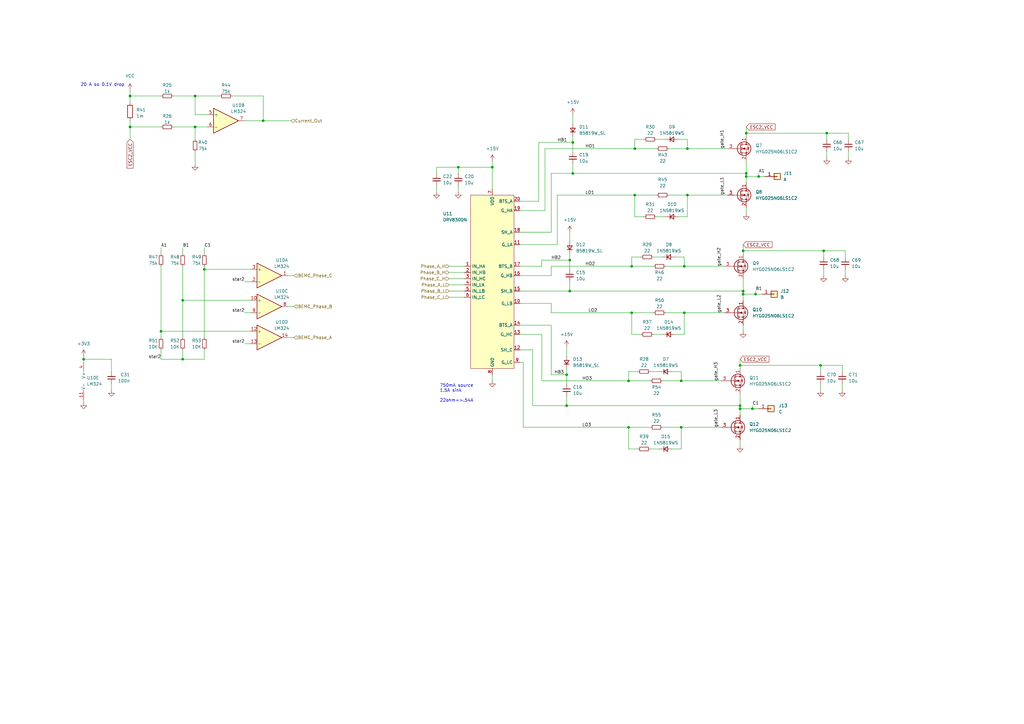
<source format=kicad_sch>
(kicad_sch (version 20231120) (generator "eeschema") (generator_version "8.0")
  (paper "A3")
  (junction (at 336.55 149.86))
  (junction (at 309.88 120.65))
  (junction (at 233.68 106.68))
  (junction (at 234.95 58.42))
  (junction (at 187.96 68.58))
  (junction (at 201.93 68.58))
  (junction (at 53.34 39.37))
  (junction (at 304.8 102.87))
  (junction (at 279.4 175.26))
  (junction (at 304.8 119.38))
  (junction (at 259.08 109.22))
  (junction (at 233.68 119.38))
  (junction (at 308.61 167.64))
  (junction (at 306.07 54.61))
  (junction (at 234.95 71.12))
  (junction (at 80.01 39.37))
  (junction (at 260.35 80.01))
  (junction (at 83.82 110.49))
  (junction (at 232.41 153.67))
  (junction (at 53.34 52.07))
  (junction (at 303.53 149.86))
  (junction (at 306.07 71.12))
  (junction (at 66.04 135.89))
  (junction (at 304.8 120.65))
  (junction (at 281.94 80.01))
  (junction (at 279.4 156.21))
  (junction (at 337.82 102.87))
  (junction (at 257.81 156.21))
  (junction (at 80.01 52.07))
  (junction (at 107.95 49.53))
  (junction (at 339.09 54.61))
  (junction (at 232.41 166.37))
  (junction (at 281.94 60.96))
  (junction (at 303.53 167.64))
  (junction (at 34.29 147.32))
  (junction (at 280.67 128.27))
  (junction (at 259.08 128.27))
  (junction (at 260.35 60.96))
  (junction (at 74.93 147.32))
  (junction (at 257.81 175.26))
  (junction (at 303.53 166.37))
  (junction (at 74.93 123.19))
  (junction (at 311.15 72.39))
  (junction (at 306.07 72.39))
  (junction (at 280.67 109.22))
  (wire (pts (xy 303.53 167.64) (xy 308.61 167.64)))
  (wire (pts (xy 346.71 102.87) (xy 346.71 105.41)))
  (wire (pts (xy 261.62 184.15) (xy 257.81 184.15)))
  (wire (pts (xy 281.94 80.01) (xy 298.45 80.01)))
  (wire (pts (xy 279.4 184.15) (xy 275.59 184.15)))
  (wire (pts (xy 346.71 110.49) (xy 346.71 113.03)))
  (wire (pts (xy 232.41 166.37) (xy 303.53 166.37)))
  (wire (pts (xy 80.01 39.37) (xy 71.12 39.37)))
  (wire (pts (xy 100.33 128.27) (xy 102.87 128.27)))
  (wire (pts (xy 345.44 149.86) (xy 345.44 152.4)))
  (wire (pts (xy 218.44 143.51) (xy 218.44 166.37)))
  (wire (pts (xy 271.78 175.26) (xy 279.4 175.26)))
  (wire (pts (xy 274.32 80.01) (xy 281.94 80.01)))
  (wire (pts (xy 226.06 133.35) (xy 226.06 153.67)))
  (wire (pts (xy 53.34 36.83) (xy 53.34 39.37)))
  (wire (pts (xy 339.09 54.61) (xy 347.98 54.61)))
  (wire (pts (xy 257.81 152.4) (xy 257.81 156.21)))
  (wire (pts (xy 80.01 52.07) (xy 80.01 57.15)))
  (wire (pts (xy 304.8 102.87) (xy 304.8 104.14)))
  (wire (pts (xy 308.61 167.64) (xy 311.15 167.64)))
  (wire (pts (xy 74.93 123.19) (xy 74.93 138.43)))
  (wire (pts (xy 74.93 143.51) (xy 74.93 147.32)))
  (wire (pts (xy 100.33 140.97) (xy 102.87 140.97)))
  (wire (pts (xy 226.06 153.67) (xy 232.41 153.67)))
  (wire (pts (xy 233.68 95.25) (xy 233.68 99.06)))
  (wire (pts (xy 262.89 105.41) (xy 259.08 105.41)))
  (wire (pts (xy 53.34 41.91) (xy 53.34 39.37)))
  (wire (pts (xy 304.8 102.87) (xy 337.82 102.87)))
  (wire (pts (xy 304.8 120.65) (xy 304.8 123.19)))
  (wire (pts (xy 34.29 147.32) (xy 34.29 148.59)))
  (wire (pts (xy 213.36 133.35) (xy 226.06 133.35)))
  (wire (pts (xy 281.94 60.96) (xy 298.45 60.96)))
  (wire (pts (xy 306.07 54.61) (xy 339.09 54.61)))
  (wire (pts (xy 179.07 68.58) (xy 187.96 68.58)))
  (wire (pts (xy 222.25 137.16) (xy 222.25 156.21)))
  (wire (pts (xy 45.72 157.48) (xy 45.72 160.02)))
  (wire (pts (xy 280.67 137.16) (xy 276.86 137.16)))
  (wire (pts (xy 337.82 102.87) (xy 346.71 102.87)))
  (wire (pts (xy 304.8 119.38) (xy 304.8 114.3)))
  (wire (pts (xy 213.36 143.51) (xy 218.44 143.51)))
  (wire (pts (xy 213.36 82.55) (xy 220.98 82.55)))
  (wire (pts (xy 260.35 57.15) (xy 260.35 60.96)))
  (wire (pts (xy 74.93 147.32) (xy 66.04 147.32)))
  (wire (pts (xy 184.15 111.76) (xy 190.5 111.76)))
  (wire (pts (xy 83.82 147.32) (xy 74.93 147.32)))
  (wire (pts (xy 281.94 80.01) (xy 281.94 88.9)))
  (wire (pts (xy 187.96 68.58) (xy 187.96 71.12)))
  (wire (pts (xy 273.05 88.9) (xy 269.24 88.9)))
  (wire (pts (xy 187.96 76.2) (xy 187.96 78.74)))
  (wire (pts (xy 303.53 166.37) (xy 303.53 167.64)))
  (wire (pts (xy 66.04 135.89) (xy 66.04 109.22)))
  (wire (pts (xy 213.36 113.03) (xy 226.06 113.03)))
  (wire (pts (xy 311.15 72.39) (xy 313.69 72.39)))
  (wire (pts (xy 270.51 152.4) (xy 266.7 152.4)))
  (wire (pts (xy 222.25 156.21) (xy 257.81 156.21)))
  (wire (pts (xy 339.09 62.23) (xy 339.09 64.77)))
  (wire (pts (xy 273.05 109.22) (xy 280.67 109.22)))
  (wire (pts (xy 85.09 46.99) (xy 80.01 46.99)))
  (wire (pts (xy 259.08 128.27) (xy 267.97 128.27)))
  (wire (pts (xy 257.81 175.26) (xy 266.7 175.26)))
  (wire (pts (xy 184.15 109.22) (xy 190.5 109.22)))
  (wire (pts (xy 218.44 166.37) (xy 232.41 166.37)))
  (wire (pts (xy 306.07 85.09) (xy 306.07 87.63)))
  (wire (pts (xy 279.4 175.26) (xy 279.4 184.15)))
  (wire (pts (xy 213.36 119.38) (xy 233.68 119.38)))
  (wire (pts (xy 304.8 133.35) (xy 304.8 135.89)))
  (wire (pts (xy 280.67 128.27) (xy 297.18 128.27)))
  (wire (pts (xy 201.93 153.67) (xy 201.93 156.21)))
  (wire (pts (xy 184.15 114.3) (xy 190.5 114.3)))
  (wire (pts (xy 281.94 88.9) (xy 278.13 88.9)))
  (wire (pts (xy 339.09 57.15) (xy 339.09 54.61)))
  (wire (pts (xy 279.4 156.21) (xy 295.91 156.21)))
  (wire (pts (xy 306.07 71.12) (xy 306.07 72.39)))
  (wire (pts (xy 281.94 60.96) (xy 281.94 57.15)))
  (wire (pts (xy 281.94 57.15) (xy 278.13 57.15)))
  (wire (pts (xy 107.95 39.37) (xy 95.25 39.37)))
  (wire (pts (xy 264.16 88.9) (xy 260.35 88.9)))
  (wire (pts (xy 259.08 105.41) (xy 259.08 109.22)))
  (wire (pts (xy 213.36 86.36) (xy 223.52 86.36)))
  (wire (pts (xy 222.25 106.68) (xy 233.68 106.68)))
  (wire (pts (xy 232.41 166.37) (xy 232.41 162.56)))
  (wire (pts (xy 66.04 147.32) (xy 66.04 143.51)))
  (wire (pts (xy 83.82 110.49) (xy 83.82 138.43)))
  (wire (pts (xy 90.17 39.37) (xy 80.01 39.37)))
  (wire (pts (xy 234.95 62.23) (xy 234.95 58.42)))
  (wire (pts (xy 179.07 71.12) (xy 179.07 68.58)))
  (wire (pts (xy 34.29 163.83) (xy 34.29 165.1)))
  (wire (pts (xy 261.62 152.4) (xy 257.81 152.4)))
  (wire (pts (xy 262.89 137.16) (xy 259.08 137.16)))
  (wire (pts (xy 34.29 146.05) (xy 34.29 147.32)))
  (wire (pts (xy 271.78 105.41) (xy 267.97 105.41)))
  (wire (pts (xy 233.68 110.49) (xy 233.68 106.68)))
  (wire (pts (xy 303.53 167.64) (xy 303.53 170.18)))
  (wire (pts (xy 83.82 110.49) (xy 102.87 110.49)))
  (wire (pts (xy 260.35 80.01) (xy 269.24 80.01)))
  (wire (pts (xy 100.33 49.53) (xy 107.95 49.53)))
  (wire (pts (xy 336.55 152.4) (xy 336.55 149.86)))
  (wire (pts (xy 213.36 148.59) (xy 214.63 148.59)))
  (wire (pts (xy 220.98 58.42) (xy 234.95 58.42)))
  (wire (pts (xy 85.09 52.07) (xy 80.01 52.07)))
  (wire (pts (xy 80.01 52.07) (xy 71.12 52.07)))
  (wire (pts (xy 201.93 66.04) (xy 201.93 68.58)))
  (wire (pts (xy 187.96 68.58) (xy 201.93 68.58)))
  (wire (pts (xy 74.93 109.22) (xy 74.93 123.19)))
  (wire (pts (xy 306.07 54.61) (xy 306.07 55.88)))
  (wire (pts (xy 222.25 109.22) (xy 222.25 106.68)))
  (wire (pts (xy 303.53 180.34) (xy 303.53 182.88)))
  (wire (pts (xy 213.36 109.22) (xy 222.25 109.22)))
  (wire (pts (xy 273.05 57.15) (xy 269.24 57.15)))
  (wire (pts (xy 259.08 128.27) (xy 259.08 137.16)))
  (wire (pts (xy 226.06 124.46) (xy 226.06 128.27)))
  (wire (pts (xy 280.67 105.41) (xy 276.86 105.41)))
  (wire (pts (xy 118.11 138.43) (xy 120.65 138.43)))
  (wire (pts (xy 53.34 49.53) (xy 53.34 52.07)))
  (wire (pts (xy 337.82 110.49) (xy 337.82 113.03)))
  (wire (pts (xy 257.81 156.21) (xy 266.7 156.21)))
  (wire (pts (xy 220.98 82.55) (xy 220.98 58.42)))
  (wire (pts (xy 83.82 109.22) (xy 83.82 110.49)))
  (wire (pts (xy 45.72 147.32) (xy 34.29 147.32)))
  (wire (pts (xy 118.11 113.03) (xy 120.65 113.03)))
  (wire (pts (xy 347.98 62.23) (xy 347.98 64.77)))
  (wire (pts (xy 118.11 125.73) (xy 120.65 125.73)))
  (wire (pts (xy 345.44 157.48) (xy 345.44 160.02)))
  (wire (pts (xy 228.6 100.33) (xy 228.6 80.01)))
  (wire (pts (xy 184.15 121.92) (xy 190.5 121.92)))
  (wire (pts (xy 259.08 109.22) (xy 267.97 109.22)))
  (wire (pts (xy 306.07 72.39) (xy 311.15 72.39)))
  (wire (pts (xy 45.72 152.4) (xy 45.72 147.32)))
  (wire (pts (xy 308.61 166.37) (xy 308.61 167.64)))
  (wire (pts (xy 184.15 119.38) (xy 190.5 119.38)))
  (wire (pts (xy 179.07 76.2) (xy 179.07 78.74)))
  (wire (pts (xy 303.53 149.86) (xy 303.53 151.13)))
  (wire (pts (xy 80.01 39.37) (xy 80.01 46.99)))
  (wire (pts (xy 226.06 71.12) (xy 234.95 71.12)))
  (wire (pts (xy 304.8 119.38) (xy 304.8 120.65)))
  (wire (pts (xy 83.82 101.6) (xy 83.82 104.14)))
  (wire (pts (xy 274.32 60.96) (xy 281.94 60.96)))
  (wire (pts (xy 337.82 105.41) (xy 337.82 102.87)))
  (wire (pts (xy 226.06 109.22) (xy 259.08 109.22)))
  (wire (pts (xy 234.95 46.99) (xy 234.95 50.8)))
  (wire (pts (xy 184.15 116.84) (xy 190.5 116.84)))
  (wire (pts (xy 74.93 101.6) (xy 74.93 104.14)))
  (wire (pts (xy 264.16 57.15) (xy 260.35 57.15)))
  (wire (pts (xy 213.36 95.25) (xy 226.06 95.25)))
  (wire (pts (xy 234.95 55.88) (xy 234.95 58.42)))
  (wire (pts (xy 53.34 52.07) (xy 53.34 57.15)))
  (wire (pts (xy 100.33 115.57) (xy 102.87 115.57)))
  (wire (pts (xy 233.68 119.38) (xy 233.68 115.57)))
  (wire (pts (xy 83.82 143.51) (xy 83.82 147.32)))
  (wire (pts (xy 303.53 166.37) (xy 303.53 161.29)))
  (wire (pts (xy 226.06 128.27) (xy 259.08 128.27)))
  (wire (pts (xy 279.4 152.4) (xy 275.59 152.4)))
  (wire (pts (xy 234.95 71.12) (xy 306.07 71.12)))
  (wire (pts (xy 271.78 137.16) (xy 267.97 137.16)))
  (wire (pts (xy 336.55 149.86) (xy 345.44 149.86)))
  (wire (pts (xy 213.36 137.16) (xy 222.25 137.16)))
  (wire (pts (xy 223.52 60.96) (xy 260.35 60.96)))
  (wire (pts (xy 279.4 175.26) (xy 295.91 175.26)))
  (wire (pts (xy 260.35 80.01) (xy 260.35 88.9)))
  (wire (pts (xy 309.88 120.65) (xy 312.42 120.65)))
  (wire (pts (xy 228.6 80.01) (xy 260.35 80.01)))
  (wire (pts (xy 214.63 175.26) (xy 257.81 175.26)))
  (wire (pts (xy 280.67 109.22) (xy 280.67 105.41)))
  (wire (pts (xy 80.01 62.23) (xy 80.01 67.31)))
  (wire (pts (xy 304.8 120.65) (xy 309.88 120.65)))
  (wire (pts (xy 311.15 71.12) (xy 311.15 72.39)))
  (wire (pts (xy 107.95 49.53) (xy 119.38 49.53)))
  (wire (pts (xy 233.68 119.38) (xy 304.8 119.38)))
  (wire (pts (xy 273.05 128.27) (xy 280.67 128.27)))
  (wire (pts (xy 271.78 156.21) (xy 279.4 156.21)))
  (wire (pts (xy 66.04 138.43) (xy 66.04 135.89)))
  (wire (pts (xy 213.36 100.33) (xy 228.6 100.33)))
  (wire (pts (xy 304.8 100.33) (xy 304.8 102.87)))
  (wire (pts (xy 232.41 142.24) (xy 232.41 146.05)))
  (wire (pts (xy 107.95 49.53) (xy 107.95 39.37)))
  (wire (pts (xy 306.07 52.07) (xy 306.07 54.61)))
  (wire (pts (xy 347.98 54.61) (xy 347.98 57.15)))
  (wire (pts (xy 260.35 60.96) (xy 269.24 60.96)))
  (wire (pts (xy 232.41 157.48) (xy 232.41 153.67)))
  (wire (pts (xy 232.41 151.13) (xy 232.41 153.67)))
  (wire (pts (xy 226.06 95.25) (xy 226.06 71.12)))
  (wire (pts (xy 66.04 135.89) (xy 102.87 135.89)))
  (wire (pts (xy 233.68 104.14) (xy 233.68 106.68)))
  (wire (pts (xy 279.4 156.21) (xy 279.4 152.4)))
  (wire (pts (xy 66.04 52.07) (xy 53.34 52.07)))
  (wire (pts (xy 306.07 72.39) (xy 306.07 74.93)))
  (wire (pts (xy 223.52 86.36) (xy 223.52 60.96)))
  (wire (pts (xy 66.04 104.14) (xy 66.04 101.6)))
  (wire (pts (xy 201.93 68.58) (xy 201.93 77.47)))
  (wire (pts (xy 66.04 39.37) (xy 53.34 39.37)))
  (wire (pts (xy 213.36 124.46) (xy 226.06 124.46)))
  (wire (pts (xy 306.07 71.12) (xy 306.07 66.04)))
  (wire (pts (xy 303.53 149.86) (xy 336.55 149.86)))
  (wire (pts (xy 309.88 119.38) (xy 309.88 120.65)))
  (wire (pts (xy 102.87 123.19) (xy 74.93 123.19)))
  (wire (pts (xy 214.63 148.59) (xy 214.63 175.26)))
  (wire (pts (xy 234.95 71.12) (xy 234.95 67.31)))
  (wire (pts (xy 280.67 128.27) (xy 280.67 137.16)))
  (wire (pts (xy 270.51 184.15) (xy 266.7 184.15)))
  (wire (pts (xy 336.55 157.48) (xy 336.55 160.02)))
  (wire (pts (xy 226.06 113.03) (xy 226.06 109.22)))
  (wire (pts (xy 280.67 109.22) (xy 297.18 109.22)))
  (wire (pts (xy 303.53 147.32) (xy 303.53 149.86)))
  (wire (pts (xy 257.81 175.26) (xy 257.81 184.15)))
  (text "20 A so 0.1V drop" (at 33.02 35.56 0) (effects (font (size 1.27 1.27)) (justify left bottom)))
  (text "750mA source\n1.5A sink\n\n22ohm=>.54A" (at 180.34 165.1 0) (effects (font (size 1.27 1.27)) (justify left bottom)))
  (label "A1" (at 311.15 71.12 0))
  (label "HB3" (at 227.33 153.67 0))
  (label "gate_H1" (at 297.18 60.96 90))
  (label "gate_L3" (at 294.64 175.26 90))
  (label "B1" (at 309.88 119.38 0))
  (label "HB1" (at 228.6 58.42 0))
  (label "B1" (at 74.93 101.6 0))
  (label "LO2" (at 241.3 128.27 0))
  (label "A1" (at 66.04 101.6 0))
  (label "star2" (at 100.33 140.97 180))
  (label "LO1" (at 240.03 80.01 0))
  (label "gate_L1" (at 297.18 80.01 90))
  (label "C1" (at 83.82 101.6 0))
  (label "gate_H3" (at 294.64 156.21 90))
  (label "C1" (at 308.61 166.37 0))
  (label "HO1" (at 240.03 60.96 0))
  (label "star2" (at 100.33 128.27 180))
  (label "HB2" (at 226.06 106.68 0))
  (label "star2" (at 100.33 115.57 180))
  (label "gate_H2" (at 295.91 109.22 90))
  (label "HO3" (at 238.76 156.21 0))
  (label "HO2" (at 240.03 109.22 0))
  (label "gate_L2" (at 295.91 128.27 90))
  (label "star2" (at 66.04 147.32 180))
  (label "LO3" (at 238.76 175.26 0))
  (global_label "ESC2_VCC" (shape input) (at 303.53 147.32 0) (property "Intersheetrefs" "${INTERSHEET_REFS}" (effects (hide yes))))
  (global_label "ESC2_VCC" (shape input) (at 53.34 57.15 270) (property "Intersheetrefs" "${INTERSHEET_REFS}" (effects (hide yes))))
  (global_label "ESC2_VCC" (shape input) (at 306.07 52.07 0) (property "Intersheetrefs" "${INTERSHEET_REFS}" (effects (hide yes))))
  (global_label "ESC2_VCC" (shape input) (at 304.8 100.33 0) (property "Intersheetrefs" "${INTERSHEET_REFS}" (effects (hide yes))))
  (hierarchical_label "Phase_A_L" (shape input) (at 184.15 116.84 180))
  (hierarchical_label "BEMC_Phase_B" (shape input) (at 120.65 125.73 0))
  (hierarchical_label "BEMC_Phase_A" (shape input) (at 120.65 138.43 0))
  (hierarchical_label "BEMC_Phase_C" (shape input) (at 120.65 113.03 0))
  (hierarchical_label "Phase_A_H" (shape input) (at 184.15 109.22 180))
  (hierarchical_label "Phase_C_H" (shape input) (at 184.15 114.3 180))
  (hierarchical_label "Phase_C_L" (shape input) (at 184.15 121.92 180))
  (hierarchical_label "Phase_B_L" (shape input) (at 184.15 119.38 180))
  (hierarchical_label "Phase_B_H" (shape input) (at 184.15 111.76 180))
  (hierarchical_label "Current_Out" (shape input) (at 119.38 49.53 0))
  (symbol (lib_id "power:GND") (at 179.07 78.74 0) (unit 1)
    (property "Reference" "#PWR081" (effects (hide yes)))
    (property "Value" "GND" (effects (hide yes)))
    (instances (project "ESP32_dual_ESC" (path "" (reference "#PWR081") (unit 1))) (project "RP2040_ESP32_dual_ESC" (path "" (reference "#PWR0109") (unit 1)) (path "" (reference "#PWR0101") (unit 1))))
  )
  (symbol (lib_id "power:+15V") (at 233.68 95.25 0) (unit 1)
    (property "Reference" "#PWR075" (effects (hide yes)))
    (property "Value" "+15V" (at 233.68 90.17 0))
    (instances (project "ESP32_dual_ESC" (path "" (reference "#PWR075") (unit 1))) (project "RP2040_ESP32_dual_ESC" (path "" (reference "#PWR044") (unit 1)) (path "" (reference "#PWR02") (unit 1))))
  )
  (symbol (lib_id "power:GND") (at 339.09 64.77 0) (unit 1)
    (property "Reference" "#PWR046" (effects (hide yes)))
    (property "Value" "GND" (effects (hide yes)))
    (instances (project "ESP32_dual_ESC" (path "" (reference "#PWR046") (unit 1))) (project "RP2040_ESP32_dual_ESC" (path "" (reference "#PWR0109") (unit 1)) (path "" (reference "#PWR0101") (unit 1))))
  )
  (symbol (lib_id "power:GND") (at 345.44 160.02 0) (unit 1)
    (property "Reference" "#PWR091" (effects (hide yes)))
    (property "Value" "GND" (effects (hide yes)))
    (instances (project "ESP32_dual_ESC" (path "" (reference "#PWR091") (unit 1))) (project "RP2040_ESP32_dual_ESC" (path "" (reference "#PWR0109") (unit 1)) (path "" (reference "#PWR0101") (unit 1))))
  )
  (symbol (lib_id "Device:C_Small") (at 337.82 107.95 0) (unit 1)
    (property "Reference" "C68" (at 340.36 106.6862 0) (effects (justify left)))
    (property "Value" "10u" (at 340.36 109.2262 0) (effects (justify left)))
    (property "Footprint" "Capacitor_SMD:C_1206_3216Metric" (effects (hide yes)))
    (property "LCSC" "C13585" (effects (hide yes)))
    (instances (project "ESP32_dual_ESC" (path "" (reference "C68") (unit 1))) (project "RP2040_ESP32_dual_ESC" (path "" (reference "C24") (unit 1)) (path "" (reference "C2") (unit 1))))
  )
  (symbol (lib_id "Device:D_Small") (at 234.95 53.34 90) (unit 1)
    (property "Reference" "D11" (at 237.49 52.0699 90) (effects (justify right)))
    (property "Value" "B5819W_SL" (at 237.49 54.6099 90) (effects (justify right)))
    (property "Footprint" "Diode_SMD:D_SOD-123" (effects (hide yes)))
    (property "LCSC" "C8598" (effects (hide yes)))
    (instances (project "ESP32_dual_ESC" (path "" (reference "D11") (unit 1))) (project "RP2040_ESP32_dual_ESC" (path "" (reference "D6") (unit 1)) (path "" (reference "D1") (unit 1))))
  )
  (symbol (lib_name "D_Small_1") (lib_id "Device:D_Small") (at 273.05 184.15 0) (unit 1)
    (property "Reference" "D15" (at 273.05 179.07 0))
    (property "Value" "1N5819WS" (at 273.05 181.61 0))
    (property "Footprint" "Diode_SMD:D_SOD-323" (effects (hide yes)))
    (property "Datasheet" "https://datasheet.lcsc.com/lcsc/2204281430_Guangdong-Hottech-1N5819WS_C191023.pdf" (effects (hide yes)))
    (property "Sim.Device" "D" (effects (hide yes)))
    (property "Sim.Pins" "1=K 2=A" (effects (hide yes)))
    (property "LCSC" "C191023" (effects (hide yes)))
  )
  (symbol (lib_id "Device:Q_NMOS_DSG") (at 300.99 175.26 0) (unit 1)
    (property "Reference" "Q12" (at 307.34 173.9899 0) (effects (justify left)))
    (property "Value" "HYG025N06LS1C2" (at 307.34 176.5299 0) (effects (justify left)))
    (property "Footprint" "Z_mycustom_footprint_lib:DFN-8_(5x6)" (effects (hide yes)))
    (property "Datasheet" "https://datasheet.lcsc.com/lcsc/2105242011_HUAYI-HYG025N06LS1C2_C2827231.pdf" (effects (hide yes)))
    (property "LCSC" "C2827231" (effects (hide yes)))
    (instances (project "ESP32_dual_ESC" (path "" (reference "Q12") (unit 1))) (project "RP2040_ESP32_dual_ESC" (path "" (reference "Q12") (unit 1)) (path "" (reference "Q6") (unit 1))))
  )
  (symbol (lib_id "power:GND") (at 306.07 87.63 0) (unit 1)
    (property "Reference" "#PWR076" (effects (hide yes)))
    (property "Value" "GND" (effects (hide yes)))
    (instances (project "ESP32_dual_ESC" (path "" (reference "#PWR076") (unit 1))) (project "RP2040_ESP32_dual_ESC" (path "" (reference "#PWR0109") (unit 1)) (path "" (reference "#PWR0101") (unit 1))))
  )
  (symbol (lib_id "Device:C_Small") (at 179.07 73.66 0) (unit 1)
    (property "Reference" "C22" (at 181.61 72.3962 0) (effects (justify left)))
    (property "Value" "10u" (at 181.61 74.9362 0) (effects (justify left)))
    (property "Footprint" "Capacitor_SMD:C_0603_1608Metric" (effects (hide yes)))
    (property "LCSC" "C96446" (effects (hide yes)))
    (instances (project "ESP32_dual_ESC" (path "" (reference "C22") (unit 1))) (project "RP2040_ESP32_dual_ESC" (path "" (reference "C24") (unit 1)) (path "" (reference "C2") (unit 1))))
  )
  (symbol (lib_name "D_Small_1") (lib_id "Device:D_Small") (at 275.59 88.9 0) (unit 1)
    (property "Reference" "D10" (at 275.59 83.82 0))
    (property "Value" "1N5819WS" (at 275.59 86.36 0))
    (property "Footprint" "Diode_SMD:D_SOD-323" (effects (hide yes)))
    (property "Datasheet" "https://datasheet.lcsc.com/lcsc/2204281430_Guangdong-Hottech-1N5819WS_C191023.pdf" (effects (hide yes)))
    (property "Sim.Device" "D" (effects (hide yes)))
    (property "Sim.Pins" "1=K 2=A" (effects (hide yes)))
    (property "LCSC" "C191023" (effects (hide yes)))
  )
  (symbol (lib_id "Device:R_Small") (at 66.04 140.97 180) (unit 1)
    (property "Reference" "R51" (at 62.865 139.7 0))
    (property "Value" "10K" (at 62.865 142.24 0))
    (property "Footprint" "Resistor_SMD:R_0603_1608Metric" (effects (hide yes)))
    (property "LCSC" "C25804" (effects (hide yes)))
    (instances (project "ESP32_dual_ESC" (path "" (reference "R51") (unit 1))) (project "RP2040_ESP32_dual_ESC" (path "" (reference "R39") (unit 1)) (path "" (reference "R14") (unit 1))))
  )
  (symbol (lib_id "Device:C_Small") (at 232.41 160.02 0) (unit 1)
    (property "Reference" "C16" (at 234.95 158.7562 0) (effects (justify left)))
    (property "Value" "10u" (at 234.95 161.2962 0) (effects (justify left)))
    (property "Footprint" "Capacitor_SMD:C_0805_2012Metric" (effects (hide yes)))
    (property "LCSC" "C15850" (effects (hide yes)))
    (instances (project "ESP32_dual_ESC" (path "" (reference "C16") (unit 1))) (project "RP2040_ESP32_dual_ESC" (path "" (reference "C24") (unit 1)) (path "" (reference "C2") (unit 1))))
  )
  (symbol (lib_id "Device:R_Small") (at 265.43 137.16 90) (mirror x) (unit 1)
    (property "Reference" "R37" (at 265.43 132.08 90))
    (property "Value" "22" (at 265.43 134.62 90))
    (property "Footprint" "Resistor_SMD:R_0603_1608Metric" (effects (hide yes)))
    (property "LCSC" "C23345" (effects (hide yes)))
    (instances (project "ESP32_dual_ESC" (path "" (reference "R37") (unit 1))) (project "RP2040_ESP32_dual_ESC" (path "" (reference "R42") (unit 1)) (path "" (reference "R17") (unit 1))))
  )
  (symbol (lib_id "Connector_Generic:Conn_01x01") (at 317.5 120.65 0) (unit 1) (in_bom no)
    (property "Reference" "J12" (at 320.04 119.3799 0) (effects (justify left)))
    (property "Value" "B" (at 320.04 121.9199 0) (effects (justify left)))
    (property "Footprint" "MountingHole:MountingHole_2.5mm_Pad_TopBottom" (effects (hide yes)))
    (instances (project "ESP32_dual_ESC" (path "" (reference "J12") (unit 1))) (project "RP2040_ESP32_dual_ESC" (path "" (reference "J5") (unit 1)) (path "" (reference "J2") (unit 1))))
  )
  (symbol (lib_id "power:GND") (at 201.93 156.21 0) (unit 1)
    (property "Reference" "#PWR073" (effects (hide yes)))
    (property "Value" "GND" (effects (hide yes)))
    (instances (project "ESP32_dual_ESC" (path "" (reference "#PWR073") (unit 1))) (project "RP2040_ESP32_dual_ESC" (path "" (reference "#PWR0109") (unit 1)) (path "" (reference "#PWR0101") (unit 1))))
  )
  (symbol (lib_id "Device:Q_NMOS_DSG") (at 303.53 60.96 0) (unit 1)
    (property "Reference" "Q7" (at 309.88 59.6899 0) (effects (justify left)))
    (property "Value" "HYG025N06LS1C2" (at 309.88 62.2299 0) (effects (justify left)))
    (property "Footprint" "Z_mycustom_footprint_lib:DFN-8_(5x6)" (effects (hide yes)))
    (property "Datasheet" "https://datasheet.lcsc.com/lcsc/2105242011_HUAYI-HYG025N06LS1C2_C2827231.pdf" (effects (hide yes)))
    (property "LCSC" "C2827231" (effects (hide yes)))
    (instances (project "ESP32_dual_ESC" (path "" (reference "Q7") (unit 1))) (project "RP2040_ESP32_dual_ESC" (path "" (reference "Q7") (unit 1)) (path "" (reference "Q1") (unit 1))))
  )
  (symbol (lib_id "Device:C_Small") (at 45.72 154.94 180) (unit 1)
    (property "Reference" "C31" (at 53.34 153.67 0) (effects (justify left)))
    (property "Value" "100n" (at 53.34 156.21 0) (effects (justify left)))
    (property "Footprint" "Capacitor_SMD:C_0603_1608Metric" (effects (hide yes)))
    (property "LCSC" "C14663" (effects (hide yes)))
    (instances (project "Ethernet_switch_4out" (path "" (reference "C31") (unit 1)) (path "" (reference "C38") (unit 1)) (path "" (reference "C41") (unit 1)) (path "" (reference "C44") (unit 1)) (path "" (reference "C47") (unit 1))) (project "cross_band_handy_walkie_talkie_ES8388" (path "" (reference "C1") (unit 1))) (project "ESP32_dual_ESC" (path "" (reference "C21") (unit 1))))
  )
  (symbol (lib_id "Device:R_Small") (at 66.04 106.68 180) (unit 1)
    (property "Reference" "R47" (at 62.865 105.41 0))
    (property "Value" "75k" (at 62.865 107.95 0))
    (property "Footprint" "Resistor_SMD:R_0603_1608Metric" (effects (hide yes)))
    (property "LCSC" "C23242" (effects (hide yes)))
    (instances (project "ESP32_dual_ESC" (path "" (reference "R47") (unit 1))) (project "RP2040_ESP32_dual_ESC" (path "" (reference "R27") (unit 1)) (path "" (reference "R10") (unit 1))))
  )
  (symbol (lib_id "Device:R_Small") (at 83.82 140.97 180) (unit 1)
    (property "Reference" "R53" (at 80.645 139.7 0))
    (property "Value" "10K" (at 80.645 142.24 0))
    (property "Footprint" "Resistor_SMD:R_0603_1608Metric" (effects (hide yes)))
    (property "LCSC" "C25804" (effects (hide yes)))
    (instances (project "ESP32_dual_ESC" (path "" (reference "R53") (unit 1))) (project "RP2040_ESP32_dual_ESC" (path "" (reference "R41") (unit 1)) (path "" (reference "R16") (unit 1))))
  )
  (symbol (lib_id "Device:R_Small") (at 266.7 57.15 90) (mirror x) (unit 1)
    (property "Reference" "R30" (at 266.7 52.07 90))
    (property "Value" "22" (at 266.7 54.61 90))
    (property "Footprint" "Resistor_SMD:R_0603_1608Metric" (effects (hide yes)))
    (property "LCSC" "C23345" (effects (hide yes)))
    (instances (project "ESP32_dual_ESC" (path "" (reference "R30") (unit 1))) (project "RP2040_ESP32_dual_ESC" (path "" (reference "R42") (unit 1)) (path "" (reference "R17") (unit 1))))
  )
  (symbol (lib_id "Device:C_Small") (at 187.96 73.66 0) (unit 1)
    (property "Reference" "C20" (at 190.5 72.3962 0) (effects (justify left)))
    (property "Value" "10u" (at 190.5 74.9362 0) (effects (justify left)))
    (property "Footprint" "Capacitor_SMD:C_0603_1608Metric" (effects (hide yes)))
    (property "LCSC" "C96446" (effects (hide yes)))
    (instances (project "ESP32_dual_ESC" (path "" (reference "C20") (unit 1))) (project "RP2040_ESP32_dual_ESC" (path "" (reference "C24") (unit 1)) (path "" (reference "C2") (unit 1))))
  )
  (symbol (lib_id "power:+15V") (at 201.93 66.04 0) (unit 1)
    (property "Reference" "#PWR078" (effects (hide yes)))
    (property "Value" "+15V" (at 201.93 60.96 0))
    (instances (project "ESP32_dual_ESC" (path "" (reference "#PWR078") (unit 1))) (project "RP2040_ESP32_dual_ESC" (path "" (reference "#PWR044") (unit 1)) (path "" (reference "#PWR02") (unit 1))))
  )
  (symbol (lib_id "Device:R") (at 53.34 45.72 0) (unit 1)
    (property "Reference" "R41" (at 55.88 45.085 0) (effects (justify left)))
    (property "Value" "1m" (at 55.88 47.625 0) (effects (justify left)))
    (property "Footprint" "Resistor_SMD:R_2512_6332Metric" (effects (hide yes)))
  )
  (symbol (lib_id "My_custom_lib:DRV8300") (at 201.93 115.57 0) (unit 1)
    (property "Reference" "U11" (at 181.61 87.63 0) (effects (justify left)))
    (property "Value" "DRV8300N" (at 181.61 90.17 0) (effects (justify left)))
    (property "Footprint" "Package_SO:TSSOP-20_4.4x6.5mm_P0.65mm" (effects (hide yes)))
    (property "Datasheet" "https://www.ti.com/lit/ds/symlink/drv8300.pdf?ts=1688220853574&ref_url=https%253A%252F%252Fwww.ti.com%252Fproduct%252FDRV8300%253Fdcmp%253Ddsproject%2526hqs%253D" (effects (hide yes)))
    (property "LCSC" "C2871875" (effects (hide yes)))
  )
  (symbol (lib_id "Device:Q_NMOS_DSG") (at 303.53 80.01 0) (unit 1)
    (property "Reference" "Q8" (at 309.88 78.7399 0) (effects (justify left)))
    (property "Value" "HYG025N06LS1C2" (at 309.88 81.2799 0) (effects (justify left)))
    (property "Footprint" "Z_mycustom_footprint_lib:DFN-8_(5x6)" (effects (hide yes)))
    (property "Datasheet" "https://datasheet.lcsc.com/lcsc/2105242011_HUAYI-HYG025N06LS1C2_C2827231.pdf" (effects (hide yes)))
    (property "LCSC" "C2827231" (effects (hide yes)))
    (instances (project "ESP32_dual_ESC" (path "" (reference "Q8") (unit 1))) (project "RP2040_ESP32_dual_ESC" (path "" (reference "Q8") (unit 1)) (path "" (reference "Q2") (unit 1))))
  )
  (symbol (lib_id "Device:R_Small") (at 266.7 88.9 90) (mirror x) (unit 1)
    (property "Reference" "R31" (at 266.7 83.82 90))
    (property "Value" "22" (at 266.7 86.36 90))
    (property "Footprint" "Resistor_SMD:R_0603_1608Metric" (effects (hide yes)))
    (property "LCSC" "C23345" (effects (hide yes)))
    (instances (project "ESP32_dual_ESC" (path "" (reference "R31") (unit 1))) (project "RP2040_ESP32_dual_ESC" (path "" (reference "R42") (unit 1)) (path "" (reference "R17") (unit 1))))
  )
  (symbol (lib_id "Device:Q_NMOS_DSG") (at 300.99 156.21 0) (unit 1)
    (property "Reference" "Q11" (at 307.34 154.9399 0) (effects (justify left)))
    (property "Value" "HYG025N06LS1C2" (at 307.34 157.4799 0) (effects (justify left)))
    (property "Footprint" "Z_mycustom_footprint_lib:DFN-8_(5x6)" (effects (hide yes)))
    (property "Datasheet" "https://datasheet.lcsc.com/lcsc/2105242011_HUAYI-HYG025N06LS1C2_C2827231.pdf" (effects (hide yes)))
    (property "LCSC" "C2827231" (effects (hide yes)))
    (instances (project "ESP32_dual_ESC" (path "" (reference "Q11") (unit 1))) (project "RP2040_ESP32_dual_ESC" (path "" (reference "Q11") (unit 1)) (path "" (reference "Q5") (unit 1))))
  )
  (symbol (lib_id "power:GND") (at 336.55 160.02 0) (unit 1)
    (property "Reference" "#PWR068" (effects (hide yes)))
    (property "Value" "GND" (effects (hide yes)))
    (instances (project "ESP32_dual_ESC" (path "" (reference "#PWR068") (unit 1))) (project "RP2040_ESP32_dual_ESC" (path "" (reference "#PWR0109") (unit 1)) (path "" (reference "#PWR0101") (unit 1))))
  )
  (symbol (lib_id "Device:R_Small") (at 271.78 80.01 90) (unit 1)
    (property "Reference" "R45" (at 271.78 73.66 90))
    (property "Value" "22" (at 271.78 76.2 90))
    (property "Footprint" "Resistor_SMD:R_0603_1608Metric" (effects (hide yes)))
    (property "LCSC" "C23345" (effects (hide yes)))
    (instances (project "ESP32_dual_ESC" (path "" (reference "R45") (unit 1))) (project "RP2040_ESP32_dual_ESC" (path "" (reference "R25") (unit 1)) (path "" (reference "R8") (unit 1))))
  )
  (symbol (lib_id "power:GND") (at 187.96 78.74 0) (unit 1)
    (property "Reference" "#PWR079" (effects (hide yes)))
    (property "Value" "GND" (effects (hide yes)))
    (instances (project "ESP32_dual_ESC" (path "" (reference "#PWR079") (unit 1))) (project "RP2040_ESP32_dual_ESC" (path "" (reference "#PWR0109") (unit 1)) (path "" (reference "#PWR0101") (unit 1))))
  )
  (symbol (lib_name "D_Small_1") (lib_id "Device:D_Small") (at 273.05 152.4 0) (unit 1)
    (property "Reference" "D7" (at 273.05 147.32 0))
    (property "Value" "1N5819WS" (at 273.05 149.86 0))
    (property "Footprint" "Diode_SMD:D_SOD-323" (effects (hide yes)))
    (property "Datasheet" "https://datasheet.lcsc.com/lcsc/2204281430_Guangdong-Hottech-1N5819WS_C191023.pdf" (effects (hide yes)))
    (property "Sim.Device" "D" (effects (hide yes)))
    (property "Sim.Pins" "1=K 2=A" (effects (hide yes)))
    (property "LCSC" "C191023" (effects (hide yes)))
  )
  (symbol (lib_id "power:+15V") (at 234.95 46.99 0) (unit 1)
    (property "Reference" "#PWR072" (effects (hide yes)))
    (property "Value" "+15V" (at 234.95 41.91 0))
    (instances (project "ESP32_dual_ESC" (path "" (reference "#PWR072") (unit 1))) (project "RP2040_ESP32_dual_ESC" (path "" (reference "#PWR044") (unit 1)) (path "" (reference "#PWR02") (unit 1))))
  )
  (symbol (lib_id "Device:Q_NMOS_DSG") (at 302.26 128.27 0) (unit 1)
    (property "Reference" "Q10" (at 308.61 126.9999 0) (effects (justify left)))
    (property "Value" "HYG025N06LS1C2" (at 308.61 129.5399 0) (effects (justify left)))
    (property "Footprint" "Z_mycustom_footprint_lib:DFN-8_(5x6)" (effects (hide yes)))
    (property "Datasheet" "https://datasheet.lcsc.com/lcsc/2105242011_HUAYI-HYG025N06LS1C2_C2827231.pdf" (effects (hide yes)))
    (property "LCSC" "C2827231" (effects (hide yes)))
    (instances (project "ESP32_dual_ESC" (path "" (reference "Q10") (unit 1))) (project "RP2040_ESP32_dual_ESC" (path "" (reference "Q10") (unit 1)) (path "" (reference "Q4") (unit 1))))
  )
  (symbol (lib_id "Device:R_Small") (at 68.58 52.07 270) (mirror x) (unit 1)
    (property "Reference" "R26" (at 68.58 47.625 90))
    (property "Value" "1k" (at 68.58 50.165 90))
    (property "Footprint" "Resistor_SMD:R_0402_1005Metric" (effects (hide yes)))
    (property "LCSC" "C11702" (effects (hide yes)))
    (instances (project "ESP32_dual_ESC" (path "" (reference "R26") (unit 1))) (project "RP2040_ESP32_dual_ESC" (path "" (reference "R41") (unit 1)) (path "" (reference "R16") (unit 1))))
  )
  (symbol (lib_id "Device:C_Small") (at 336.55 154.94 0) (unit 1)
    (property "Reference" "C70" (at 339.09 153.6762 0) (effects (justify left)))
    (property "Value" "10u" (at 339.09 156.2162 0) (effects (justify left)))
    (property "Footprint" "Capacitor_SMD:C_1206_3216Metric" (effects (hide yes)))
    (property "LCSC" "C13585" (effects (hide yes)))
    (instances (project "ESP32_dual_ESC" (path "" (reference "C70") (unit 1))) (project "RP2040_ESP32_dual_ESC" (path "" (reference "C24") (unit 1)) (path "" (reference "C2") (unit 1))))
  )
  (symbol (lib_id "power:GND") (at 34.29 165.1 0) (unit 1)
    (property "Reference" "#PWR086" (effects (hide yes)))
    (property "Value" "GND" (effects (hide yes)))
    (instances (project "ESP32_dual_ESC" (path "" (reference "#PWR086") (unit 1))) (project "RP2040_ESP32_dual_ESC" (path "" (reference "#PWR0115") (unit 1)) (path "" (reference "#PWR0107") (unit 1))))
  )
  (symbol (lib_id "Device:R_Small") (at 80.01 59.69 0) (mirror x) (unit 1)
    (property "Reference" "R40" (at 83.185 58.42 0))
    (property "Value" "75k" (at 83.185 60.96 0))
    (property "Footprint" "Resistor_SMD:R_0402_1005Metric" (effects (hide yes)))
    (property "LCSC" "C25798" (effects (hide yes)))
    (instances (project "ESP32_dual_ESC" (path "" (reference "R40") (unit 1))) (project "RP2040_ESP32_dual_ESC" (path "" (reference "R24") (unit 1)) (path "" (reference "R7") (unit 1))))
  )
  (symbol (lib_id "Connector_Generic:Conn_01x01") (at 318.77 72.39 0) (unit 1) (in_bom no)
    (property "Reference" "J11" (at 321.31 71.1199 0) (effects (justify left)))
    (property "Value" "A" (at 321.31 73.6599 0) (effects (justify left)))
    (property "Footprint" "MountingHole:MountingHole_2.5mm_Pad_TopBottom" (effects (hide yes)))
    (instances (project "ESP32_dual_ESC" (path "" (reference "J11") (unit 1))) (project "RP2040_ESP32_dual_ESC" (path "" (reference "J4") (unit 1)) (path "" (reference "J1") (unit 1))))
  )
  (symbol (lib_id "power:GND") (at 80.01 67.31 0) (unit 1)
    (property "Reference" "#PWR074" (effects (hide yes)))
    (property "Value" "GND" (effects (hide yes)))
    (instances (project "ESP32_dual_ESC" (path "" (reference "#PWR074") (unit 1))) (project "RP2040_ESP32_dual_ESC" (path "" (reference "#PWR0112") (unit 1)) (path "" (reference "#PWR0104") (unit 1))))
  )
  (symbol (lib_id "Device:R_Small") (at 270.51 128.27 90) (unit 1)
    (property "Reference" "R50" (at 270.51 123.19 90))
    (property "Value" "22" (at 270.51 125.73 90))
    (property "Footprint" "Resistor_SMD:R_0603_1608Metric" (effects (hide yes)))
    (property "LCSC" "C23345" (effects (hide yes)))
    (instances (project "ESP32_dual_ESC" (path "" (reference "R50") (unit 1))) (project "RP2040_ESP32_dual_ESC" (path "" (reference "R38") (unit 1)) (path "" (reference "R13") (unit 1))))
  )
  (symbol (lib_id "Device:C_Small") (at 345.44 154.94 0) (unit 1)
    (property "Reference" "C71" (at 347.98 153.6762 0) (effects (justify left)))
    (property "Value" "10u" (at 347.98 156.2162 0) (effects (justify left)))
    (property "Footprint" "Capacitor_SMD:C_1206_3216Metric" (effects (hide yes)))
    (property "LCSC" "C13585" (effects (hide yes)))
    (instances (project "ESP32_dual_ESC" (path "" (reference "C71") (unit 1))) (project "RP2040_ESP32_dual_ESC" (path "" (reference "C24") (unit 1)) (path "" (reference "C2") (unit 1))))
  )
  (symbol (lib_id "Amplifier_Operational:LM324") (at 110.49 113.03 0) (unit 1)
    (property "Reference" "U10" (at 115.57 106.68 0))
    (property "Value" "LM324" (at 115.57 109.22 0))
    (property "Datasheet" "http://www.ti.com/lit/ds/symlink/lm2902-n.pdf" (effects (hide yes)))
    (property "LCSC" "C71035" (effects (hide yes)))
    (instances (project "ESP32_dual_ESC" (path "" (reference "U10") (unit 1))) (project "RP2040_ESP32_dual_ESC" (path "" (reference "U8") (unit 1)) (path "" (reference "U1") (unit 1))))
  )
  (symbol (lib_name "D_Small_1") (lib_id "Device:D_Small") (at 274.32 105.41 0) (unit 1)
    (property "Reference" "D8" (at 274.32 100.33 0))
    (property "Value" "1N5819WS" (at 274.32 102.87 0))
    (property "Footprint" "Diode_SMD:D_SOD-323" (effects (hide yes)))
    (property "Datasheet" "https://datasheet.lcsc.com/lcsc/2204281430_Guangdong-Hottech-1N5819WS_C191023.pdf" (effects (hide yes)))
    (property "Sim.Device" "D" (effects (hide yes)))
    (property "Sim.Pins" "1=K 2=A" (effects (hide yes)))
    (property "LCSC" "C191023" (effects (hide yes)))
  )
  (symbol (lib_id "Amplifier_Operational:LM324") (at 110.49 138.43 0) (unit 4)
    (property "Reference" "U10" (at 115.57 132.08 0))
    (property "Value" "LM324" (at 115.57 134.62 0))
    (property "Datasheet" "http://www.ti.com/lit/ds/symlink/lm2902-n.pdf" (effects (hide yes)))
    (property "LCSC" "C71035" (effects (hide yes)))
    (instances (project "ESP32_dual_ESC" (path "" (reference "U10") (unit 4))) (project "RP2040_ESP32_dual_ESC" (path "" (reference "U8") (unit 4)) (path "" (reference "U1") (unit 4))))
  )
  (symbol (lib_id "Device:R_Small") (at 265.43 105.41 90) (mirror x) (unit 1)
    (property "Reference" "R29" (at 265.43 100.33 90))
    (property "Value" "22" (at 265.43 102.87 90))
    (property "Footprint" "Resistor_SMD:R_0603_1608Metric" (effects (hide yes)))
    (property "LCSC" "C23345" (effects (hide yes)))
    (instances (project "ESP32_dual_ESC" (path "" (reference "R29") (unit 1))) (project "RP2040_ESP32_dual_ESC" (path "" (reference "R42") (unit 1)) (path "" (reference "R17") (unit 1))))
  )
  (symbol (lib_id "Device:R_Small") (at 264.16 184.15 90) (mirror x) (unit 1)
    (property "Reference" "R39" (at 264.16 179.07 90))
    (property "Value" "22" (at 264.16 181.61 90))
    (property "Footprint" "Resistor_SMD:R_0603_1608Metric" (effects (hide yes)))
    (property "LCSC" "C23345" (effects (hide yes)))
    (instances (project "ESP32_dual_ESC" (path "" (reference "R39") (unit 1))) (project "RP2040_ESP32_dual_ESC" (path "" (reference "R42") (unit 1)) (path "" (reference "R17") (unit 1))))
  )
  (symbol (lib_id "Device:R_Small") (at 270.51 109.22 90) (unit 1)
    (property "Reference" "R46" (at 270.51 111.76 90))
    (property "Value" "22" (at 270.51 114.3 90))
    (property "Footprint" "Resistor_SMD:R_0603_1608Metric" (effects (hide yes)))
    (property "LCSC" "C23345" (effects (hide yes)))
    (instances (project "ESP32_dual_ESC" (path "" (reference "R46") (unit 1))) (project "RP2040_ESP32_dual_ESC" (path "" (reference "R26") (unit 1)) (path "" (reference "R9") (unit 1))))
  )
  (symbol (lib_id "power:GND") (at 304.8 135.89 0) (unit 1)
    (property "Reference" "#PWR080" (effects (hide yes)))
    (property "Value" "GND" (effects (hide yes)))
    (instances (project "ESP32_dual_ESC" (path "" (reference "#PWR080") (unit 1))) (project "RP2040_ESP32_dual_ESC" (path "" (reference "#PWR0111") (unit 1)) (path "" (reference "#PWR0103") (unit 1))))
  )
  (symbol (lib_name "D_Small_1") (lib_id "Device:D_Small") (at 274.32 137.16 0) (unit 1)
    (property "Reference" "D14" (at 274.32 132.08 0))
    (property "Value" "1N5819WS" (at 274.32 134.62 0))
    (property "Footprint" "Diode_SMD:D_SOD-323" (effects (hide yes)))
    (property "Datasheet" "https://datasheet.lcsc.com/lcsc/2204281430_Guangdong-Hottech-1N5819WS_C191023.pdf" (effects (hide yes)))
    (property "Sim.Device" "D" (effects (hide yes)))
    (property "Sim.Pins" "1=K 2=A" (effects (hide yes)))
    (property "LCSC" "C191023" (effects (hide yes)))
  )
  (symbol (lib_id "Device:R_Small") (at 269.24 175.26 90) (unit 1)
    (property "Reference" "R55" (at 269.24 170.18 90))
    (property "Value" "22" (at 269.24 172.72 90))
    (property "Footprint" "Resistor_SMD:R_0603_1608Metric" (effects (hide yes)))
    (property "LCSC" "C23345" (effects (hide yes)))
    (instances (project "ESP32_dual_ESC" (path "" (reference "R55") (unit 1))) (project "RP2040_ESP32_dual_ESC" (path "" (reference "R43") (unit 1)) (path "" (reference "R18") (unit 1))))
  )
  (symbol (lib_id "power:GND") (at 45.72 160.02 0) (unit 1)
    (property "Reference" "#PWR084" (effects (hide yes)))
    (property "Value" "GND" (effects (hide yes)))
    (instances (project "ESP32_dual_ESC" (path "" (reference "#PWR084") (unit 1))) (project "RP2040_ESP32_dual_ESC" (path "" (reference "#PWR0114") (unit 1)) (path "" (reference "#PWR0106") (unit 1))))
  )
  (symbol (lib_id "Amplifier_Operational:LM324") (at 92.71 49.53 0) (unit 2)
    (property "Reference" "U10" (at 97.79 43.18 0))
    (property "Value" "LM324" (at 97.79 45.72 0))
    (property "Datasheet" "http://www.ti.com/lit/ds/symlink/lm2902-n.pdf" (effects (hide yes)))
    (property "LCSC" "C71035" (effects (hide yes)))
    (instances (project "ESP32_dual_ESC" (path "" (reference "U10") (unit 2))) (project "RP2040_ESP32_dual_ESC" (path "" (reference "U8") (unit 2)) (path "" (reference "U1") (unit 2))))
  )
  (symbol (lib_id "Device:C_Small") (at 346.71 107.95 0) (unit 1)
    (property "Reference" "C69" (at 349.25 106.6862 0) (effects (justify left)))
    (property "Value" "10u" (at 349.25 109.2262 0) (effects (justify left)))
    (property "Footprint" "Capacitor_SMD:C_1206_3216Metric" (effects (hide yes)))
    (property "LCSC" "C13585" (effects (hide yes)))
    (instances (project "ESP32_dual_ESC" (path "" (reference "C69") (unit 1))) (project "RP2040_ESP32_dual_ESC" (path "" (reference "C24") (unit 1)) (path "" (reference "C2") (unit 1))))
  )
  (symbol (lib_id "power:GND") (at 337.82 113.03 0) (unit 1)
    (property "Reference" "#PWR048" (effects (hide yes)))
    (property "Value" "GND" (effects (hide yes)))
    (instances (project "ESP32_dual_ESC" (path "" (reference "#PWR048") (unit 1))) (project "RP2040_ESP32_dual_ESC" (path "" (reference "#PWR0109") (unit 1)) (path "" (reference "#PWR0101") (unit 1))))
  )
  (symbol (lib_id "Device:Q_NMOS_DSG") (at 302.26 109.22 0) (unit 1)
    (property "Reference" "Q9" (at 308.61 107.9499 0) (effects (justify left)))
    (property "Value" "HYG025N06LS1C2" (at 308.61 110.4899 0) (effects (justify left)))
    (property "Footprint" "Z_mycustom_footprint_lib:DFN-8_(5x6)" (effects (hide yes)))
    (property "Datasheet" "https://datasheet.lcsc.com/lcsc/2105242011_HUAYI-HYG025N06LS1C2_C2827231.pdf" (effects (hide yes)))
    (property "LCSC" "C2827231" (effects (hide yes)))
    (instances (project "ESP32_dual_ESC" (path "" (reference "Q9") (unit 1))) (project "RP2040_ESP32_dual_ESC" (path "" (reference "Q9") (unit 1)) (path "" (reference "Q3") (unit 1))))
  )
  (symbol (lib_id "Device:R_Small") (at 271.78 60.96 90) (unit 1)
    (property "Reference" "R43" (at 271.78 63.5 90))
    (property "Value" "22" (at 271.78 66.04 90))
    (property "Footprint" "Resistor_SMD:R_0603_1608Metric" (effects (hide yes)))
    (property "LCSC" "C23345" (effects (hide yes)))
    (instances (project "ESP32_dual_ESC" (path "" (reference "R43") (unit 1))) (project "RP2040_ESP32_dual_ESC" (path "" (reference "R22") (unit 1)) (path "" (reference "R4") (unit 1))))
  )
  (symbol (lib_id "Device:D_Small") (at 233.68 101.6 90) (unit 1)
    (property "Reference" "D12" (at 236.22 100.3299 90) (effects (justify right)))
    (property "Value" "B5819W_SL" (at 236.22 102.8699 90) (effects (justify right)))
    (property "Footprint" "Diode_SMD:D_SOD-123" (effects (hide yes)))
    (property "LCSC" "C8598" (effects (hide yes)))
    (instances (project "ESP32_dual_ESC" (path "" (reference "D12") (unit 1))) (project "RP2040_ESP32_dual_ESC" (path "" (reference "D7") (unit 1)) (path "" (reference "D2") (unit 1))))
  )
  (symbol (lib_id "Connector_Generic:Conn_01x01") (at 316.23 167.64 0) (unit 1) (in_bom no)
    (property "Reference" "J13" (at 319.405 166.3699 0) (effects (justify left)))
    (property "Value" "C" (at 319.405 168.9099 0) (effects (justify left)))
    (property "Footprint" "MountingHole:MountingHole_2.5mm_Pad_TopBottom" (effects (hide yes)))
    (instances (project "ESP32_dual_ESC" (path "" (reference "J13") (unit 1))) (project "RP2040_ESP32_dual_ESC" (path "" (reference "J6") (unit 1)) (path "" (reference "J3") (unit 1))))
  )
  (symbol (lib_id "Device:R_Small") (at 264.16 152.4 90) (mirror x) (unit 1)
    (property "Reference" "R28" (at 264.16 147.32 90))
    (property "Value" "22" (at 264.16 149.86 90))
    (property "Footprint" "Resistor_SMD:R_0603_1608Metric" (effects (hide yes)))
    (property "LCSC" "C23345" (effects (hide yes)))
    (instances (project "ESP32_dual_ESC" (path "" (reference "R28") (unit 1))) (project "RP2040_ESP32_dual_ESC" (path "" (reference "R42") (unit 1)) (path "" (reference "R17") (unit 1))))
  )
  (symbol (lib_id "Device:D_Small") (at 232.41 148.59 90) (unit 1)
    (property "Reference" "D13" (at 234.95 147.3199 90) (effects (justify right)))
    (property "Value" "B5819W_SL" (at 234.95 149.8599 90) (effects (justify right)))
    (property "Footprint" "Diode_SMD:D_SOD-123" (effects (hide yes)))
    (property "LCSC" "C8598" (effects (hide yes)))
    (instances (project "ESP32_dual_ESC" (path "" (reference "D13") (unit 1))) (project "RP2040_ESP32_dual_ESC" (path "" (reference "D8") (unit 1)) (path "" (reference "D3") (unit 1))))
  )
  (symbol (lib_id "power:+15V") (at 232.41 142.24 0) (unit 1)
    (property "Reference" "#PWR077" (effects (hide yes)))
    (property "Value" "+15V" (at 232.41 137.16 0))
    (instances (project "ESP32_dual_ESC" (path "" (reference "#PWR077") (unit 1))) (project "RP2040_ESP32_dual_ESC" (path "" (reference "#PWR044") (unit 1)) (path "" (reference "#PWR02") (unit 1))))
  )
  (symbol (lib_id "Amplifier_Operational:LM324") (at 36.83 156.21 0) (unit 5)
    (property "Reference" "U10" (at 35.56 154.9399 0) (effects (justify left)))
    (property "Value" "LM324" (at 35.56 157.4799 0) (effects (justify left)))
    (property "Datasheet" "http://www.ti.com/lit/ds/symlink/lm2902-n.pdf" (effects (hide yes)))
    (property "LCSC" "C71035" (effects (hide yes)))
    (instances (project "ESP32_dual_ESC" (path "" (reference "U10") (unit 5))) (project "RP2040_ESP32_dual_ESC" (path "" (reference "U8") (unit 5)) (path "" (reference "U1") (unit 5))))
  )
  (symbol (lib_name "D_Small_1") (lib_id "Device:D_Small") (at 275.59 57.15 0) (unit 1)
    (property "Reference" "D9" (at 275.59 52.07 0))
    (property "Value" "1N5819WS" (at 275.59 54.61 0))
    (property "Footprint" "Diode_SMD:D_SOD-323" (effects (hide yes)))
    (property "Datasheet" "https://datasheet.lcsc.com/lcsc/2204281430_Guangdong-Hottech-1N5819WS_C191023.pdf" (effects (hide yes)))
    (property "Sim.Device" "D" (effects (hide yes)))
    (property "Sim.Pins" "1=K 2=A" (effects (hide yes)))
    (property "LCSC" "C191023" (effects (hide yes)))
  )
  (symbol (lib_id "power:GND") (at 303.53 182.88 0) (unit 1)
    (property "Reference" "#PWR087" (effects (hide yes)))
    (property "Value" "GND" (effects (hide yes)))
    (instances (project "ESP32_dual_ESC" (path "" (reference "#PWR087") (unit 1))) (project "RP2040_ESP32_dual_ESC" (path "" (reference "#PWR0110") (unit 1)) (path "" (reference "#PWR0102") (unit 1))))
  )
  (symbol (lib_id "Device:C_Small") (at 339.09 59.69 0) (unit 1)
    (property "Reference" "C66" (at 341.63 58.4262 0) (effects (justify left)))
    (property "Value" "10u" (at 341.63 60.9662 0) (effects (justify left)))
    (property "Footprint" "Capacitor_SMD:C_1206_3216Metric" (effects (hide yes)))
    (property "LCSC" "C13585" (effects (hide yes)))
    (instances (project "ESP32_dual_ESC" (path "" (reference "C66") (unit 1))) (project "RP2040_ESP32_dual_ESC" (path "" (reference "C24") (unit 1)) (path "" (reference "C2") (unit 1))))
  )
  (symbol (lib_id "Device:C_Small") (at 234.95 64.77 0) (unit 1)
    (property "Reference" "C19" (at 237.49 63.5062 0) (effects (justify left)))
    (property "Value" "10u" (at 237.49 66.0462 0) (effects (justify left)))
    (property "Footprint" "Capacitor_SMD:C_0805_2012Metric" (effects (hide yes)))
    (property "LCSC" "C15850" (effects (hide yes)))
    (instances (project "ESP32_dual_ESC" (path "" (reference "C19") (unit 1))) (project "RP2040_ESP32_dual_ESC" (path "" (reference "C24") (unit 1)) (path "" (reference "C2") (unit 1))))
  )
  (symbol (lib_id "power:VCC") (at 53.34 36.83 0) (unit 1)
    (property "Reference" "#PWR071" (effects (hide yes)))
    (property "Value" "VCC" (at 53.34 31.115 0))
    (instances (project "ESP32_dual_ESC" (path "" (reference "#PWR071") (unit 1))) (project "RP2040_ESP32_dual_ESC" (path "" (reference "#PWR0113") (unit 1)) (path "" (reference "#PWR0105") (unit 1))))
  )
  (symbol (lib_id "Device:R_Small") (at 83.82 106.68 180) (unit 1)
    (property "Reference" "R49" (at 80.645 105.41 0))
    (property "Value" "75k" (at 80.645 107.95 0))
    (property "Footprint" "Resistor_SMD:R_0603_1608Metric" (effects (hide yes)))
    (property "LCSC" "C23242" (effects (hide yes)))
    (instances (project "ESP32_dual_ESC" (path "" (reference "R49") (unit 1))) (project "RP2040_ESP32_dual_ESC" (path "" (reference "R27") (unit 1)) (path "" (reference "R10") (unit 1))))
  )
  (symbol (lib_id "Device:R_Small") (at 269.24 156.21 90) (unit 1)
    (property "Reference" "R54" (at 269.24 158.75 90))
    (property "Value" "22" (at 269.24 161.29 90))
    (property "Footprint" "Resistor_SMD:R_0603_1608Metric" (effects (hide yes)))
    (property "LCSC" "C23345" (effects (hide yes)))
    (instances (project "ESP32_dual_ESC" (path "" (reference "R54") (unit 1))) (project "RP2040_ESP32_dual_ESC" (path "" (reference "R42") (unit 1)) (path "" (reference "R17") (unit 1))))
  )
  (symbol (lib_id "Amplifier_Operational:LM324") (at 110.49 125.73 0) (unit 3)
    (property "Reference" "U10" (at 115.57 119.38 0))
    (property "Value" "LM324" (at 115.57 121.92 0))
    (property "Datasheet" "http://www.ti.com/lit/ds/symlink/lm2902-n.pdf" (effects (hide yes)))
    (property "LCSC" "C71035" (effects (hide yes)))
    (instances (project "ESP32_dual_ESC" (path "" (reference "U10") (unit 3))) (project "RP2040_ESP32_dual_ESC" (path "" (reference "U8") (unit 3)) (path "" (reference "U1") (unit 3))))
  )
  (symbol (lib_id "Device:R_Small") (at 74.93 106.68 180) (unit 1)
    (property "Reference" "R48" (at 71.755 105.41 0))
    (property "Value" "75k" (at 71.755 107.95 0))
    (property "Footprint" "Resistor_SMD:R_0603_1608Metric" (effects (hide yes)))
    (property "LCSC" "C23242" (effects (hide yes)))
    (instances (project "ESP32_dual_ESC" (path "" (reference "R48") (unit 1))) (project "RP2040_ESP32_dual_ESC" (path "" (reference "R27") (unit 1)) (path "" (reference "R10") (unit 1))))
  )
  (symbol (lib_id "Device:R_Small") (at 92.71 39.37 270) (mirror x) (unit 1)
    (property "Reference" "R44" (at 92.71 34.925 90))
    (property "Value" "75k" (at 92.71 37.465 90))
    (property "Footprint" "Resistor_SMD:R_0402_1005Metric" (effects (hide yes)))
    (property "LCSC" "C25798" (effects (hide yes)))
    (instances (project "ESP32_dual_ESC" (path "" (reference "R44") (unit 1))) (project "RP2040_ESP32_dual_ESC" (path "" (reference "R24") (unit 1)) (path "" (reference "R7") (unit 1))))
  )
  (symbol (lib_id "power:+3V3") (at 34.29 146.05 0) (unit 1)
    (property "Reference" "#PWR082" (effects (hide yes)))
    (property "Value" "+3V3" (at 34.29 140.97 0))
    (instances (project "ESP32_dual_ESC" (path "" (reference "#PWR082") (unit 1))) (project "RP2040_ESP32_dual_ESC" (path "" (reference "#PWR0116") (unit 1)) (path "" (reference "#PWR0108") (unit 1))))
  )
  (symbol (lib_id "Device:C_Small") (at 233.68 113.03 0) (unit 1)
    (property "Reference" "C15" (at 236.22 111.7662 0) (effects (justify left)))
    (property "Value" "10u" (at 236.22 114.3062 0) (effects (justify left)))
    (property "Footprint" "Capacitor_SMD:C_0805_2012Metric" (effects (hide yes)))
    (property "LCSC" "C15850" (effects (hide yes)))
    (instances (project "ESP32_dual_ESC" (path "" (reference "C15") (unit 1))) (project "RP2040_ESP32_dual_ESC" (path "" (reference "C24") (unit 1)) (path "" (reference "C2") (unit 1))))
  )
  (symbol (lib_id "Device:R_Small") (at 74.93 140.97 180) (unit 1)
    (property "Reference" "R52" (at 71.755 139.7 0))
    (property "Value" "10K" (at 71.755 142.24 0))
    (property "Footprint" "Resistor_SMD:R_0603_1608Metric" (effects (hide yes)))
    (property "LCSC" "C25804" (effects (hide yes)))
    (instances (project "ESP32_dual_ESC" (path "" (reference "R52") (unit 1))) (project "RP2040_ESP32_dual_ESC" (path "" (reference "R40") (unit 1)) (path "" (reference "R15") (unit 1))))
  )
  (symbol (lib_id "Device:C_Small") (at 347.98 59.69 0) (unit 1)
    (property "Reference" "C67" (at 350.52 58.4262 0) (effects (justify left)))
    (property "Value" "10u" (at 350.52 60.9662 0) (effects (justify left)))
    (property "Footprint" "Capacitor_SMD:C_1206_3216Metric" (effects (hide yes)))
    (property "LCSC" "C13585" (effects (hide yes)))
    (instances (project "ESP32_dual_ESC" (path "" (reference "C67") (unit 1))) (project "RP2040_ESP32_dual_ESC" (path "" (reference "C24") (unit 1)) (path "" (reference "C2") (unit 1))))
  )
  (symbol (lib_id "power:GND") (at 346.71 113.03 0) (unit 1)
    (property "Reference" "#PWR067" (effects (hide yes)))
    (property "Value" "GND" (effects (hide yes)))
    (instances (project "ESP32_dual_ESC" (path "" (reference "#PWR067") (unit 1))) (project "RP2040_ESP32_dual_ESC" (path "" (reference "#PWR0109") (unit 1)) (path "" (reference "#PWR0101") (unit 1))))
  )
  (symbol (lib_id "power:GND") (at 347.98 64.77 0) (unit 1)
    (property "Reference" "#PWR047" (effects (hide yes)))
    (property "Value" "GND" (effects (hide yes)))
    (instances (project "ESP32_dual_ESC" (path "" (reference "#PWR047") (unit 1))) (project "RP2040_ESP32_dual_ESC" (path "" (reference "#PWR0109") (unit 1)) (path "" (reference "#PWR0101") (unit 1))))
  )
  (symbol (lib_id "Device:R_Small") (at 68.58 39.37 270) (mirror x) (unit 1)
    (property "Reference" "R25" (at 68.58 34.925 90))
    (property "Value" "1k" (at 68.58 37.465 90))
    (property "Footprint" "Resistor_SMD:R_0402_1005Metric" (effects (hide yes)))
    (property "LCSC" "C11702" (effects (hide yes)))
    (instances (project "ESP32_dual_ESC" (path "" (reference "R25") (unit 1))) (project "RP2040_ESP32_dual_ESC" (path "" (reference "R41") (unit 1)) (path "" (reference "R16") (unit 1))))
  )
)
</source>
